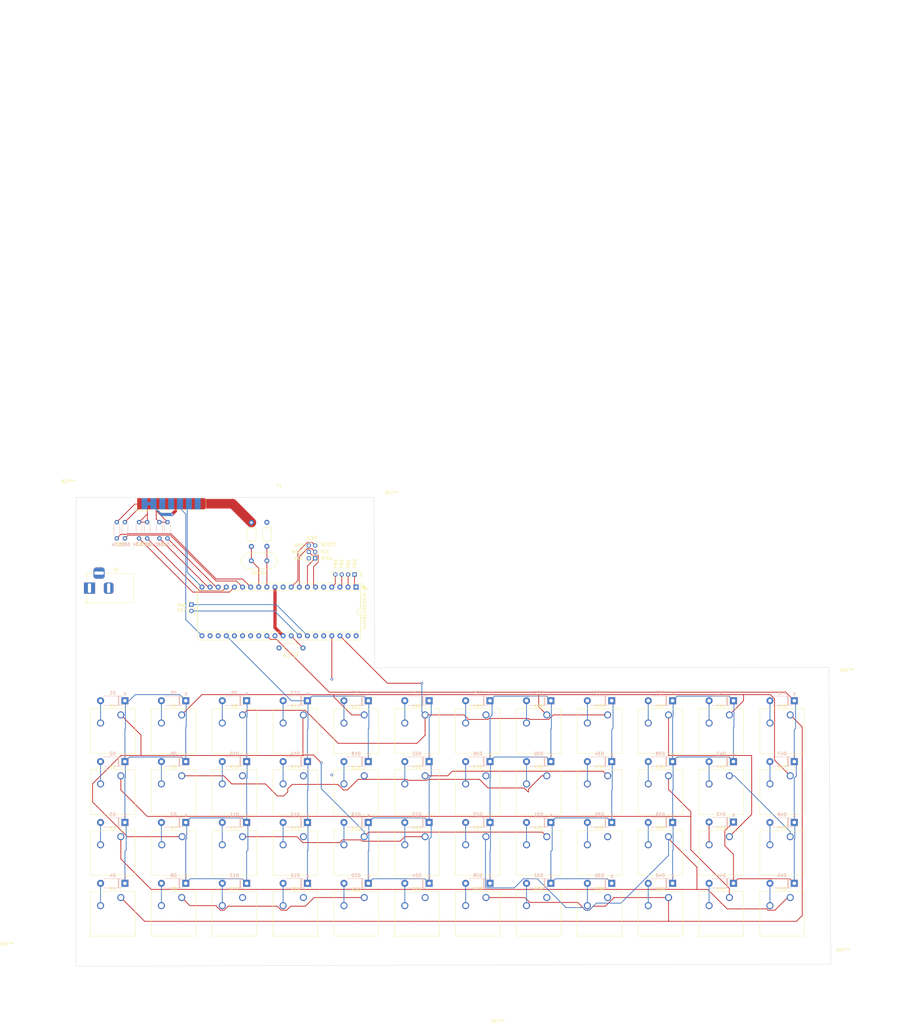
<source format=kicad_pcb>
(kicad_pcb (version 20211014) (generator pcbnew)
  (layers (0 "F.Cu" signal) (1 "In1.Cu" mixed "VCC.Cu") (2 "In2.Cu" mixed "GND.Cu") (31 "B.Cu" signal) (34 "B.Paste" user) (35 "F.Paste" user) (36 "B.SilkS" user "B.Silkscreen") (37 "F.SilkS" user "F.Silkscreen") (38 "B.Mask" user) (39 "F.Mask" user) (44 "Edge.Cuts" user))
  (net 0 "")
  (net 1 "/KC0")
  (net 2 "Net-(D1-Pad2)")
  (net 3 "Net-(D2-Pad2)")
  (net 4 "Net-(D3-Pad2)")
  (net 5 "Net-(D4-Pad2)")
  (net 6 "Net-(D5-Pad2)")
  (net 7 "Net-(D6-Pad2)")
  (net 8 "/KC1")
  (net 9 "Net-(D7-Pad2)")
  (net 10 "Net-(D8-Pad2)")
  (net 11 "Net-(D9-Pad2)")
  (net 12 "Net-(D10-Pad2)")
  (net 13 "Net-(D11-Pad2)")
  (net 14 "Net-(D12-Pad2)")
  (net 15 "Net-(D13-Pad2)")
  (net 16 "Net-(D14-Pad2)")
  (net 17 "Net-(D15-Pad2)")
  (net 18 "Net-(D16-Pad2)")
  (net 19 "Net-(D17-Pad2)")
  (net 20 "Net-(D18-Pad2)")
  (net 21 "/KC3")
  (net 22 "Net-(D19-Pad2)")
  (net 23 "Net-(D20-Pad2)")
  (net 24 "Net-(D21-Pad2)")
  (net 25 "Net-(D22-Pad2)")
  (net 26 "Net-(D23-Pad2)")
  (net 27 "Net-(D24-Pad2)")
  (net 28 "Net-(D25-Pad1)")
  (net 29 "Net-(D25-Pad2)")
  (net 30 "Net-(D26-Pad2)")
  (net 31 "Net-(D27-Pad2)")
  (net 32 "Net-(D28-Pad2)")
  (net 33 "Net-(D29-Pad2)")
  (net 34 "Net-(D30-Pad2)")
  (net 35 "/KC5")
  (net 36 "Net-(D31-Pad2)")
  (net 37 "Net-(D32-Pad2)")
  (net 38 "Net-(D33-Pad2)")
  (net 39 "Net-(D34-Pad2)")
  (net 40 "Net-(D35-Pad2)")
  (net 41 "Net-(D36-Pad2)")
  (net 42 "/KC6")
  (net 43 "Net-(D37-Pad2)")
  (net 44 "Net-(D38-Pad2)")
  (net 45 "Net-(D39-Pad2)")
  (net 46 "Net-(D40-Pad2)")
  (net 47 "Net-(D41-Pad2)")
  (net 48 "Net-(D42-Pad2)")
  (net 49 "/KC7")
  (net 50 "Net-(D43-Pad2)")
  (net 51 "Net-(D44-Pad2)")
  (net 52 "Net-(D45-Pad2)")
  (net 53 "Net-(D46-Pad2)")
  (net 54 "Net-(D47-Pad2)")
  (net 55 "Net-(D48-Pad2)")
  (net 56 "/RED")
  (net 57 "/GREEN")
  (net 58 "/BLUE")
  (net 60 "/HSYNC")
  (net 61 "/VSYNC")
  (net 62 "/PB0")
  (net 63 "/PB1")
  (net 64 "/PB2")
  (net 65 "/PB3")
  (net 68 "Net-(C1-Pad2)")
  (net 69 "/MOSI")
  (net 71 "/KR0")
  (net 72 "/MISO")
  (net 73 "Net-(C2-Pad2)")
  (net 74 "/~RESET")
  (net 75 "Net-(C3-Pad2)")
  (net 76 "Net-(R49-Pad2)")
  (net 77 "/KC2")
  (net 78 "Net-(R50-Pad2)")
  (net 79 "Net-(R51-Pad2)")
  (net 80 "/KC4")
  (net 81 "Net-(R52-Pad2)")
  (net 82 "Net-(R53-Pad2)")
  (net 83 "Net-(U1-Pad15)")
  (net 84 "VCC")
  (net 85 "GND")
  (net 86 "/PB4")
  (net 87 "/PB7")
  (net 88 "/PA7")
  (net 89 "/PA6")
  (net 90 "/KR5")
  (net 91 "/KR4")
  (net 92 "/KR3")
  (net 93 "/KR2")
  (net 94 "/KR1")
  (footprint "Button_Switch_Keyboard:SW_Cherry_MX_1.00u_PCB" (layer "F.Cu") (at 139.7 139.7)
    (fp_text reference "K27")
    (fp_text value "SW_Push")
  )
  (footprint "MountingHole:MountingHole_2.1mm" (layer "F.Cu") (at 13.97 36.83)
    (fp_text reference "REF**")
    (fp_text value "MountingHole_2.1mm")
  )
  (footprint "Button_Switch_Keyboard:SW_Cherry_MX_1.00u_PCB" (layer "F.Cu") (at 44.45 120.65)
    (fp_text reference "K6")
    (fp_text value "SW_Push")
  )
  (footprint "Button_Switch_Keyboard:SW_Cherry_MX_1.00u_PCB" (layer "F.Cu") (at 139.7 120.65)
    (fp_text reference "K26")
    (fp_text value "SW_Push")
  )
  (footprint "MountingHole:MountingHole_2.1mm" (layer "F.Cu") (at 101.346 36.576)
    (fp_text reference "REF**")
    (fp_text value "MountingHole_2.1mm")
  )
  (footprint "Button_Switch_Keyboard:SW_Cherry_MX_1.00u_PCB" (layer "F.Cu") (at 139.7 101.6)
    (fp_text reference "K25")
    (fp_text value "SW_Push")
  )
  (footprint "Package_DIP:DIP-40_W15.24mm_Socket" (layer "F.Cu") (at 99.06 61.595 -90)
    (fp_text reference "U1" hide)
    (fp_text value "ATmega1284-P")
  )
  (footprint "Button_Switch_Keyboard:SW_Cherry_MX_1.00u_PCB" (layer "F.Cu") (at 215.9 158.75)
    (fp_text reference "K44")
    (fp_text value "SW_Push")
  )
  (footprint "Button_Switch_Keyboard:SW_Cherry_MX_1.00u_PCB" (layer "F.Cu") (at 177.8 101.6)
    (fp_text reference "K33")
    (fp_text value "SW_Push")
  )
  (footprint "Button_Switch_Keyboard:SW_Cherry_MX_1.00u_PCB" (layer "F.Cu") (at 25.4 120.65)
    (fp_text reference "K2")
    (fp_text value "SW_Push")
  )
  (footprint "Capacitor_THT:C_Axial_L3.8mm_D2.6mm_P7.50mm_Horizontal" (layer "F.Cu") (at 74.93 80.645)
    (fp_text reference "C3" hide)
    (fp_text value "0.1 uF")
  )
  (footprint "Button_Switch_Keyboard:SW_Cherry_MX_1.00u_PCB" (layer "F.Cu") (at 177.8 158.75)
    (fp_text reference "K36")
    (fp_text value "SW_Push")
  )
  (footprint "Button_Switch_Keyboard:SW_Cherry_MX_1.00u_PCB" (layer "F.Cu") (at 44.45 158.75)
    (fp_text reference "K8")
    (fp_text value "SW_Push")
  )
  (footprint "Button_Switch_Keyboard:SW_Cherry_MX_1.00u_PCB" (layer "F.Cu") (at 63.5 158.75)
    (fp_text reference "K12")
    (fp_text value "SW_Push")
  )
  (footprint "Button_Switch_Keyboard:SW_Cherry_MX_1.00u_PCB" (layer "F.Cu") (at 44.45 101.6)
    (fp_text reference "K5")
    (fp_text value "SW_Push")
  )
  (footprint "Button_Switch_Keyboard:SW_Cherry_MX_1.00u_PCB" (layer "F.Cu") (at 82.55 120.65)
    (fp_text reference "K14")
    (fp_text value "SW_Push")
  )
  (footprint "Button_Switch_Keyboard:SW_Cherry_MX_1.00u_PCB" (layer "F.Cu") (at 196.85 120.65)
    (fp_text reference "K38")
    (fp_text value "SW_Push")
  )
  (footprint "Button_Switch_Keyboard:SW_Cherry_MX_1.00u_PCB" (layer "F.Cu") (at 120.65 139.7)
    (fp_text reference "K23")
    (fp_text value "SW_Push")
  )
  (footprint "Button_Switch_Keyboard:SW_Cherry_MX_1.00u_PCB" (layer "F.Cu") (at 82.55 158.75)
    (fp_text reference "K16")
    (fp_text value "SW_Push")
  )
  (footprint "Button_Switch_Keyboard:SW_Cherry_MX_1.00u_PCB" (layer "F.Cu") (at 63.5 120.65)
    (fp_text reference "K10")
    (fp_text value "SW_Push")
  )
  (footprint "Button_Switch_Keyboard:SW_Cherry_MX_1.00u_PCB" (layer "F.Cu") (at 215.9 139.7)
    (fp_text reference "K43")
    (fp_text value "SW_Push")
  )
  (footprint "Button_Switch_Keyboard:SW_Cherry_MX_1.00u_PCB" (layer "F.Cu") (at 234.95 139.7)
    (fp_text reference "K48")
    (fp_text value "SW_Push")
  )
  (footprint "Connector_PinHeader_2.00mm:PinHeader_1x04_P2.00mm_Vertical" (layer "F.Cu") (at 98.552 57.658 -90)
    (fp_text reference "J4")
    (fp_text value "Conn_01x04")
  )
  (footprint "Connector_BarrelJack:BarrelJack_Horizontal" (layer "F.Cu") (at 15.59 61.9175 180)
    (fp_text reference "5V")
    (fp_text value "BarrelJack_Horizontal")
  )
  (footprint "Button_Switch_Keyboard:SW_Cherry_MX_1.00u_PCB" (layer "F.Cu") (at 82.55 101.6)
    (fp_text reference "K13")
    (fp_text value "SW_Push")
  )
  (footprint "MountingHole:MountingHole_2.1mm" (layer "F.Cu") (at 243.84 92.075)
    (fp_text reference "REF**")
    (fp_text value "MountingHole_2.1mm")
  )
  (footprint "MountingHole:MountingHole_2.1mm" (layer "F.Cu") (at 240.665 177.165)
    (fp_text reference "REF**")
    (fp_text value "MountingHole_2.1mm")
  )
  (footprint "Button_Switch_Keyboard:SW_Cherry_MX_1.00u_PCB" (layer "F.Cu") (at 158.75 101.6)
    (fp_text reference "K29")
    (fp_text value "SW_Push")
  )
  (footprint "Button_Switch_Keyboard:SW_Cherry_MX_1.00u_PCB" (layer "F.Cu") (at 82.55 139.7)
    (fp_text reference "K15")
    (fp_text value "SW_Push")
  )
  (footprint "MountingHole:MountingHole_2.1mm" (layer "F.Cu") (at 132.08 175.895)
    (fp_text reference "REF**")
    (fp_text value "MountingHole_2.1mm")
  )
  (footprint "Button_Switch_Keyboard:SW_Cherry_MX_1.00u_PCB" (layer "F.Cu") (at 44.577 139.7)
    (fp_text reference "K7")
    (fp_text value "SW_Push")
  )
  (footprint "Button_Switch_Keyboard:SW_Cherry_MX_1.00u_PCB" (layer "F.Cu") (at 234.95 120.65)
    (fp_text reference "K47")
    (fp_text value "SW_Push")
  )
  (footprint "Button_Switch_Keyboard:SW_Cherry_MX_1.00u_PCB" (layer "F.Cu") (at 139.7 158.75)
    (fp_text reference "K28")
    (fp_text value "SW_Push")
  )
  (footprint "Button_Switch_Keyboard:SW_Cherry_MX_1.00u_PCB" (layer "F.Cu") (at 234.95 101.6)
    (fp_text reference "K46")
    (fp_text value "SW_Push")
  )
  (footprint "Button_Switch_Keyboard:SW_Cherry_MX_1.00u_PCB" (layer "F.Cu") (at 63.5 101.6)
    (fp_text reference "K9")
    (fp_text value "SW_Push")
  )
  (footprint "MountingHole:MountingHole_2.1mm" (layer "F.Cu") (at 14.605 176.53)
    (fp_text reference "REF**")
    (fp_text value "MountingHole_2.1mm")
  )
  (footprint "Button_Switch_Keyboard:SW_Cherry_MX_1.00u_PCB" (layer "F.Cu") (at 101.6 158.75)
    (fp_text reference "K20")
    (fp_text value "SW_Push")
  )
  (footprint "Button_Switch_Keyboard:SW_Cherry_MX_1.00u_PCB" (layer "F.Cu") (at 234.95 158.75)
    (fp_text reference "K45")
    (fp_text value "SW_Push")
  )
  (footprint "Connector_Dsub:DSUB-15_Female_EdgeMount_P2.77mm" (layer "F.Cu") (at 41.148 35.5105 180)
    (fp_text reference "J1" hide)
    (fp_text value "DB15_Female_HighDensity")
  )
  (footprint "Button_Switch_Keyboard:SW_Cherry_MX_1.00u_PCB" (layer "F.Cu") (at 101.6 101.6)
    (fp_text reference "K17")
    (fp_text value "SW_Push")
  )
  (footprint "Button_Switch_Keyboard:SW_Cherry_MX_1.00u_PCB" (layer "F.Cu") (at 177.8 120.65)
    (fp_text reference "K34")
    (fp_text value "SW_Push")
  )
  (footprint "Button_Switch_Keyboard:SW_Cherry_MX_1.00u_PCB" (layer "F.Cu") (at 158.75 158.75)
    (fp_text reference "K32")
    (fp_text value "SW_Push")
  )
  (footprint "Button_Switch_Keyboard:SW_Cherry_MX_1.00u_PCB" (layer "F.Cu") (at 196.85 158.75)
    (fp_text reference "K40")
    (fp_text value "SW_Push")
  )
  (footprint "Button_Switch_Keyboard:SW_Cherry_MX_1.00u_PCB" (layer "F.Cu") (at 158.75 139.7)
    (fp_text reference "K31")
    (fp_text value "SW_Push")
  )
  (footprint "Button_Switch_Keyboard:SW_Cherry_MX_1.00u_PCB" (layer "F.Cu") (at 101.6 120.65)
    (fp_text reference "K18")
    (fp_text value "SW_Push")
  )
  (footprint "Button_Switch_Keyboard:SW_Cherry_MX_1.00u_PCB" (layer "F.Cu") (at 215.9 101.6)
    (fp_text reference "K41")
    (fp_text value "SW_Push")
  )
  (footprint "Button_Switch_Keyboard:SW_Cherry_MX_1.00u_PCB" (layer "F.Cu") (at 196.85 139.7)
    (fp_text reference "K39")
    (fp_text value "SW_Push")
  )
  (footprint "Button_Switch_Keyboard:SW_Cherry_MX_1.00u_PCB" (layer "F.Cu") (at 120.65 101.6)
    (fp_text reference "K21")
    (fp_text value "SW_Push")
  )
  (footprint "Connector_PinHeader_2.00mm:PinHeader_2x03_P2.00mm_Vertical" (layer "F.Cu") (at 86.233 52.578 180)
    (fp_text reference "J2" hide)
    (fp_text value "Conn_02x03_Odd_Even")
  )
  (footprint "Capacitor_THT:C_Axial_L3.8mm_D2.6mm_P7.50mm_Horizontal" (layer "F.Cu") (at 71.12 41.335 -90)
    (fp_text reference "C2" hide)
    (fp_text value "18pF")
  )
  (footprint "Button_Switch_Keyboard:SW_Cherry_MX_1.00u_PCB" (layer "F.Cu") (at 196.85 101.6)
    (fp_text reference "K37")
    (fp_text value "SW_Push")
  )
  (footprint "Button_Switch_Keyboard:SW_Cherry_MX_1.00u_PCB" (layer "F.Cu") (at 25.4 139.7)
    (fp_text reference "K3")
    (fp_text value "SW_Push")
  )
  (footprint "Button_Switch_Keyboard:SW_Cherry_MX_1.00u_PCB" (layer "F.Cu") (at 120.65 158.75)
    (fp_text reference "K24")
    (fp_text value "SW_Push")
  )
  (footprint "Capacitor_THT:C_Axial_L3.8mm_D2.6mm_P7.50mm_Horizontal" (layer "F.Cu") (at 66.275 41.395 -90)
    (fp_text reference "C1" hide)
    (fp_text value "18pF")
  )
  (footprint "Button_Switch_Keyboard:SW_Cherry_MX_1.00u_PCB" (layer "F.Cu") (at 25.4 101.6)
    (fp_text reference "K1")
    (fp_text value "SW_Push")
  )
  (footprint "Connector_PinHeader_2.00mm:PinHeader_1x02_P2.00mm_Vertical" (layer "F.Cu") (at 47.498 67.056)
    (fp_text reference "J3" hide)
    (fp_text value "Conn_01x02")
  )
  (footprint "Button_Switch_Keyboard:SW_Cherry_MX_1.00u_PCB" (layer "F.Cu") (at 215.9 120.65)
    (fp_text reference "K42")
    (fp_text value "SW_Push")
  )
  (footprint "Button_Switch_Keyboard:SW_Cherry_MX_1.00u_PCB" (layer "F.Cu") (at 101.6 139.7)
    (fp_text reference "K19")
    (fp_text value "SW_Push")
  )
  (footprint "Button_Switch_Keyboard:SW_Cherry_MX_1.00u_PCB" (layer "F.Cu") (at 177.8 139.7)
    (fp_text reference "K35")
    (fp_text value "SW_Push")
  )
  (footprint "Button_Switch_Keyboard:SW_Cherry_MX_1.00u_PCB" (layer "F.Cu") (at 63.5 139.7)
    (fp_text reference "K11")
    (fp_text value "SW_Push")
  )
  (footprint "Button_Switch_Keyboard:SW_Cherry_MX_1.00u_PCB" (layer "F.Cu") (at 120.65 120.65)
    (fp_text reference "K22")
    (fp_text value "SW_Push")
  )
  (footprint "Button_Switch_Keyboard:SW_Cherry_MX_1.00u_PCB" (layer "F.Cu") (at 25.4 158.75)
    (fp_text reference "K4")
    (fp_text value "SW_Push")
  )
  (footprint "Crystal:Crystal_HC49-U_Vertical" (layer "F.Cu") (at 71.12 53.36 180)
    (fp_text reference "Y1")
    (fp_text value "20MHz")
  )
  (footprint "Button_Switch_Keyboard:SW_Cherry_MX_1.00u_PCB" (layer "F.Cu") (at 158.75 120.65)
    (fp_text reference "K30")
    (fp_text value "SW_Push")
  )
  (footprint "Diode_THT:D_DO-41_SOD81_P7.62mm_Horizontal" (layer "B.Cu") (at 236.22 154.305 180)
    (fp_text reference "D45")
    (fp_text value "D")
  )
  (footprint "Diode_THT:D_DO-41_SOD81_P7.62mm_Horizontal" (layer "B.Cu") (at 102.87 97.155 180)
    (fp_text reference "D17")
    (fp_text value "D")
  )
  (footprint "Diode_THT:D_DO-41_SOD81_P7.62mm_Horizontal" (layer "B.Cu") (at 140.97 97.155 180)
    (fp_text reference "D25")
    (fp_text value "D")
  )
  (footprint "Diode_THT:D_DO-41_SOD81_P7.62mm_Horizontal" (layer "B.Cu") (at 121.92 135.255 180)
    (fp_text reference "D23")
    (fp_text value "D")
  )
  (footprint "Diode_THT:D_DO-41_SOD81_P7.62mm_Horizontal" (layer "B.Cu") (at 45.72 135.255 180)
    (fp_text reference "D7")
    (fp_text value "D")
  )
  (footprint "Resistor_THT:R_Axial_DIN0204_L3.6mm_D1.6mm_P5.08mm_Horizontal" (layer "B.Cu") (at 24.13 41.275 -90)
    (fp_text reference "R50" hide)
    (fp_text value "1.5k")
  )
  (footprint "Diode_THT:D_DO-41_SOD81_P7.62mm_Horizontal" (layer "B.Cu") (at 198.12 97.155 180)
    (fp_text reference "D37")
    (fp_text value "D")
  )
  (footprint "Diode_THT:D_DO-41_SOD81_P7.62mm_Horizontal" (layer "B.Cu") (at 217.17 97.155 180)
    (fp_text reference "D41")
    (fp_text value "D")
  )
  (footprint "Diode_THT:D_DO-41_SOD81_P7.62mm_Horizontal" (layer "B.Cu") (at 140.97 154.305 180)
    (fp_text reference "D28")
    (fp_text value "D")
  )
  (footprint "Diode_THT:D_DO-41_SOD81_P7.62mm_Horizontal" (layer "B.Cu") (at 64.77 135.255 180)
    (fp_text reference "D11")
    (fp_text value "D")
  )
  (footprint "Diode_THT:D_DO-41_SOD81_P7.62mm_Horizontal" (layer "B.Cu") (at 217.17 135.128 180)
    (fp_text reference "D43")
    (fp_text value "D")
  )
  (footprint "Resistor_THT:R_Axial_DIN0204_L3.6mm_D1.6mm_P5.08mm_Horizontal" (layer "B.Cu") (at 33.655 41.275 -90)
    (fp_text reference "R52" hide)
    (fp_text value "680")
  )
  (footprint "Diode_THT:D_DO-41_SOD81_P7.62mm_Horizontal" (layer "B.Cu") (at 121.92 97.155 180)
    (fp_text reference "D21")
    (fp_text value "D")
  )
  (footprint "Diode_THT:D_DO-41_SOD81_P7.62mm_Horizontal" (layer "B.Cu") (at 140.97 135.255 180)
    (fp_text reference "D27")
    (fp_text value "D")
  )
  (footprint "Diode_THT:D_DO-41_SOD81_P7.62mm_Horizontal" (layer "B.Cu") (at 179.07 135.255 180)
    (fp_text reference "D35")
    (fp_text value "D")
  )
  (footprint "Diode_THT:D_DO-41_SOD81_P7.62mm_Horizontal" (layer "B.Cu") (at 83.82 154.305 180)
    (fp_text reference "D16")
    (fp_text value "D")
  )
  (footprint "Diode_THT:D_DO-41_SOD81_P7.62mm_Horizontal" (layer "B.Cu") (at 102.87 135.255 180)
    (fp_text reference "D19")
    (fp_text value "D")
  )
  (footprint "Diode_THT:D_DO-41_SOD81_P7.62mm_Horizontal" (layer "B.Cu") (at 217.17 116.205 180)
    (fp_text reference "D42")
    (fp_text value "D")
  )
  (footprint "Diode_THT:D_DO-41_SOD81_P7.62mm_Horizontal" (layer "B.Cu") (at 160.02 135.255 180)
    (fp_text reference "D31")
    (fp_text value "D")
  )
  (footprint "Diode_THT:D_DO-41_SOD81_P7.62mm_Horizontal" (layer "B.Cu") (at 198.12 116.205 180)
    (fp_text reference "D38")
    (fp_text value "D")
  )
  (footprint "Diode_THT:D_DO-41_SOD81_P7.62mm_Horizontal" (layer "B.Cu") (at 83.82 135.255 180)
    (fp_text reference "D15")
    (fp_text value "D")
  )
  (footprint "Diode_THT:D_DO-41_SOD81_P7.62mm_Horizontal" (layer "B.Cu") (at 179.07 116.205 180)
    (fp_text reference "D34")
    (fp_text value "D")
  )
  (footprint "Diode_THT:D_DO-41_SOD81_P7.62mm_Horizontal" (layer "B.Cu") (at 64.77 116.205 180)
    (fp_text reference "D10")
    (fp_text value "D")
  )
  (footprint "Resistor_THT:R_Axial_DIN0204_L3.6mm_D1.6mm_P5.08mm_Horizontal" (layer "B.Cu") (at 37.465 41.275 -90)
    (fp_text reference "R53" hide)
    (fp_text value "680")
  )
  (footprint "Diode_THT:D_DO-41_SOD81_P7.62mm_Horizontal" (layer "B.Cu") (at 198.12 154.305 180)
    (fp_text reference "D40")
    (fp_text value "D")
  )
  (footprint "Diode_THT:D_DO-41_SOD81_P7.62mm_Horizontal" (layer "B.Cu") (at 83.82 97.155 180)
    (fp_text reference "D13")
    (fp_text value "D")
  )
  (footprint "Diode_THT:D_DO-41_SOD81_P7.62mm_Horizontal" (layer "B.Cu") (at 160.02 97.155 180)
    (fp_text reference "D29")
    (fp_text value "D")
  )
  (footprint "Diode_THT:D_DO-41_SOD81_P7.62mm_Horizontal" (layer "B.Cu") (at 45.72 116.205 180)
    (fp_text reference "D6")
    (fp_text value "D")
  )
  (footprint "Diode_THT:D_DO-41_SOD81_P7.62mm_Horizontal" (layer "B.Cu") (at 45.72 97.155 180)
    (fp_text reference "D5")
    (fp_text value "D")
  )
  (footprint "Diode_THT:D_DO-41_SOD81_P7.62mm_Horizontal" (layer "B.Cu") (at 64.77 154.305 180)
    (fp_text reference "D12")
    (fp_text value "D")
  )
  (footprint "Diode_THT:D_DO-41_SOD81_P7.62mm_Horizontal" (layer "B.Cu") (at 160.02 154.305 180)
    (fp_text reference "D32")
    (fp_text value "D")
  )
  (footprint "Diode_THT:D_DO-41_SOD81_P7.62mm_Horizontal" (layer "B.Cu") (at 217.17 154.305 180)
    (fp_text reference "D44")
    (fp_text value "D")
  )
  (footprint "Resistor_THT:R_Axial_DIN0204_L3.6mm_D1.6mm_P5.08mm_Horizontal" (layer "B.Cu") (at 26.67 41.275 -90)
    (fp_text reference "R54" hide)
    (fp_text value "680")
  )
  (footprint "Diode_THT:D_DO-41_SOD81_P7.62mm_Horizontal" (layer "B.Cu") (at 45.72 154.305 180)
    (fp_text reference "D8")
    (fp_text value "D")
  )
  (footprint "Diode_THT:D_DO-41_SOD81_P7.62mm_Horizontal" (layer "B.Cu") (at 64.77 97.155 180)
    (fp_text reference "D9")
    (fp_text value "D")
  )
  (footprint "Diode_THT:D_DO-41_SOD81_P7.62mm_Horizontal" (layer "B.Cu") (at 83.82 116.205 180)
    (fp_text reference "D14")
    (fp_text value "D")
  )
  (footprint "Diode_THT:D_DO-41_SOD81_P7.62mm_Horizontal" (layer "B.Cu") (at 102.87 154.305 180)
    (fp_text reference "D20")
    (fp_text value "D")
  )
  (footprint "Diode_THT:D_DO-41_SOD81_P7.62mm_Horizontal" (layer "B.Cu") (at 236.22 97.155 180)
    (fp_text reference "D46")
    (fp_text value "D")
  )
  (footprint "Diode_THT:D_DO-41_SOD81_P7.62mm_Horizontal" (layer "B.Cu") (at 102.87 116.205 180)
    (fp_text reference "D18")
    (fp_text value "D")
  )
  (footprint "Diode_THT:D_DO-41_SOD81_P7.62mm_Horizontal" (layer "B.Cu") (at 236.22 116.205 180)
    (fp_text reference "D47")
    (fp_text value "D")
  )
  (footprint "Diode_THT:D_DO-41_SOD81_P7.62mm_Horizontal" (layer "B.Cu") (at 121.92 154.305 180)
    (fp_text reference "D24")
    (fp_text value "D")
  )
  (footprint "Diode_THT:D_DO-41_SOD81_P7.62mm_Horizontal" (layer "B.Cu") (at 121.92 116.205 180)
    (fp_text reference "D22")
    (fp_text value "D")
  )
  (footprint "Resistor_THT:R_Axial_DIN0204_L3.6mm_D1.6mm_P5.08mm_Horizontal" (layer "B.Cu") (at 31.115 41.275 -90)
    (fp_text reference "R49" hide)
    (fp_text value "1.5k")
  )
  (footprint "Diode_THT:D_DO-41_SOD81_P7.62mm_Horizontal" (layer "B.Cu") (at 26.67 154.305 180)
    (fp_text reference "D4")
    (fp_text value "D")
  )
  (footprint "Diode_THT:D_DO-41_SOD81_P7.62mm_Horizontal" (layer "B.Cu") (at 26.67 135.255 180)
    (fp_text reference "D3")
    (fp_text value "D")
  )
  (footprint "Resistor_THT:R_Axial_DIN0204_L3.6mm_D1.6mm_P5.08mm_Horizontal" (layer "B.Cu") (at 40.005 41.275 -90)
    (fp_text reference "R51" hide)
    (fp_text value "1.5k")
  )
  (footprint "Diode_THT:D_DO-41_SOD81_P7.62mm_Horizontal" (layer "B.Cu") (at 26.67 97.155 180)
    (fp_text reference "D1")
    (fp_text value "D")
  )
  (footprint "Diode_THT:D_DO-41_SOD81_P7.62mm_Horizontal" (layer "B.Cu") (at 179.07 97.155 180)
    (fp_text reference "D33")
    (fp_text value "D")
  )
  (footprint "Diode_THT:D_DO-41_SOD81_P7.62mm_Horizontal" (layer "B.Cu") (at 26.67 116.205 180)
    (fp_text reference "D2")
    (fp_text value "D")
  )
  (footprint "Diode_THT:D_DO-41_SOD81_P7.62mm_Horizontal" (layer "B.Cu") (at 198.12 135.255 180)
    (fp_text reference "D39")
    (fp_text value "D")
  )
  (footprint "Diode_THT:D_DO-41_SOD81_P7.62mm_Horizontal" (layer "B.Cu") (at 140.97 116.205 180)
    (fp_text reference "D26")
    (fp_text value "D")
  )
  (footprint "Diode_THT:D_DO-41_SOD81_P7.62mm_Horizontal" (layer "B.Cu") (at 236.22 135.255 180)
    (fp_text reference "D48")
    (fp_text value "D")
  )
  (footprint "Diode_THT:D_DO-41_SOD81_P7.62mm_Horizontal" (layer "B.Cu") (at 179.07 154.305 180)
    (fp_text reference "D36")
    (fp_text value "D")
  )
  (footprint "Diode_THT:D_DO-41_SOD81_P7.62mm_Horizontal" (layer "B.Cu") (at 160.02 116.205 180)
    (fp_text reference "D30")
    (fp_text value "D")
  )
  (gr_poly (pts (xy 102.743 62.23) (xy 101.092 62.23) (xy 101.092 60.833)) (layer "F.SilkS") (width 0.15) (fill solid))
  (gr_poly (pts (xy 104.90018 86.861871) (xy 247.01318 86.734871) (xy 247.65 179.578) (xy 11.43 180.213) (xy 11.43 33.528) (xy 104.648 33.528)) (layer "Edge.Cuts") (width 0.1) (fill none))
  (gr_text "ICSP\n" (at 85.217 46.228) (layer "F.SilkS") (effects (font (size 1 1))))
  (gr_text "VCC\n" (at 81.153 52.578) (layer "F.SilkS") (effects (font (size 1 1))))
  (gr_text "RED\n" (at 25.4 48.26) (layer "F.SilkS") (effects (font (size 1 1))))
  (gr_text "GND\n" (at 81.153 48.514) (layer "F.SilkS") (effects (font (size 1 1))))
  (gr_text "20MHz" (at 68.58 57.15) (layer "F.SilkS") (effects (font (size 1 1))))
  (gr_text "PB0" (at 98.679 54.229 90) (layer "F.SilkS") (effects (font (size 1 1))))
  (gr_text "MOSI\n" (at 80.645 50.546) (layer "F.SilkS") (effects (font (size 1 1))))
  (gr_text "GREEN\n" (at 32.385 48.26) (layer "F.SilkS") (effects (font (size 1 1))))
  (gr_text "PB2" (at 94.488 54.356 90) (layer "F.SilkS") (effects (font (size 1 1))))
  (gr_text "PB1" (at 96.647 54.356 90) (layer "F.SilkS") (effects (font (size 1 1))))
  (gr_text "PB3" (at 92.71 54.356 90) (layer "F.SilkS") (effects (font (size 1 1))))
  (gr_text "ATMEGA1284PU" (at 101.6 69.088 270) (layer "F.SilkS") (effects (font (size 1 1))))
  (gr_text "~{RESET}\n" (at 90.297 48.514) (layer "F.SilkS") (effects (font (size 1 1))))
  (gr_text "PA6\nPA7" (at 44.45 68.072) (layer "F.SilkS") (effects (font (size 1 1))))
  (gr_text "SCK" (at 89.281 50.546) (layer "F.SilkS") (effects (font (size 1 1))))
  (gr_text "BLUE" (at 38.735 48.26) (layer "F.SilkS") (effects (font (size 1 1))))
  (gr_text "MISO\n" (at 89.789 52.578) (layer "F.SilkS") (effects (font (size 1 1))))
  (segment (start 26.824511 116.359511) (end 26.824511 121.240053) (width 0.25) (layer "B.Cu") (net 1))
  (segment (start 26.824511 121.240053) (end 26.67 121.394564) (width 0.25) (layer "B.Cu") (net 1))
  (segment (start 45.72 97.155) (end 45.874511 97.309511) (width 0.25) (layer "B.Cu") (net 1))
  (segment (start 26.824511 105.890489) (end 26.67 106.045) (width 0.25) (layer "B.Cu") (net 1))
  (segment (start 43.815 95.25) (end 45.72 97.155) (width 0.25) (layer "B.Cu") (net 1))
  (segment (start 29.925 95.25) (end 43.815 95.25) (width 0.25) (layer "B.Cu") (net 1))
  (segment (start 45.874511 105.255489) (end 45.72 105.41) (width 0.25) (layer "B.Cu") (net 1))
  (segment (start 26.67 135.255) (end 27.074132 135.659132) (width 0.25) (layer "B.Cu") (net 1))
  (segment (start 45.874511 97.309511) (end 45.874511 105.255489) (width 0.25) (layer "B.Cu") (net 1))
  (segment (start 27.074132 135.659132) (end 27.074132 143.914133) (width 0.25) (layer "B.Cu") (net 1))
  (segment (start 26.67 116.205) (end 26.824511 116.359511) (width 0.25) (layer "B.Cu") (net 1))
  (segment (start 26.824511 97.309511) (end 26.824511 105.890489) (width 0.25) (layer "B.Cu") (net 1))
  (segment (start 44.295489 114.780489) (end 45.72 116.205) (width 0.25) (layer "B.Cu") (net 1))
  (segment (start 27.074132 143.914133) (end 26.67 144.318265) (width 0.25) (layer "B.Cu") (net 1))
  (segment (start 28.094511 114.780489) (end 44.295489 114.780489) (width 0.25) (layer "B.Cu") (net 1))
  (segment (start 26.67 97.155) (end 26.824511 97.309511) (width 0.25) (layer "B.Cu") (net 1))
  (segment (start 26.67 121.394564) (end 26.67 135.255) (width 0.25) (layer "B.Cu") (net 1))
  (segment (start 45.72 105.41) (end 45.72 116.205) (width 0.25) (layer "B.Cu") (net 1))
  (segment (start 26.67 97.155) (end 28.02 97.155) (width 0.25) (layer "B.Cu") (net 1))
  (segment (start 26.67 116.205) (end 28.094511 114.780489) (width 0.25) (layer "B.Cu") (net 1))
  (segment (start 28.02 97.155) (end 29.925 95.25) (width 0.25) (layer "B.Cu") (net 1))
  (segment (start 26.67 106.045) (end 26.67 116.205) (width 0.25) (layer "B.Cu") (net 1))
  (segment (start 26.67 144.318265) (end 26.67 154.305) (width 0.25) (layer "B.Cu") (net 1))
  (segment (start 19.05 97.155) (end 19.05 104.14) (width 0.25) (layer "B.Cu") (net 2))
  (segment (start 19.05 116.205) (end 19.05 123.19) (width 0.25) (layer "B.Cu") (net 3))
  (segment (start 19.05 135.255) (end 19.05 142.24) (width 0.25) (layer "B.Cu") (net 4))
  (segment (start 19.05 154.305) (end 19.05 161.29) (width 0.25) (layer "B.Cu") (net 5))
  (segment (start 38.1 97.155) (end 38.1 104.14) (width 0.25) (layer "B.Cu") (net 6))
  (segment (start 38.1 116.205) (end 38.1 123.19) (width 0.25) (layer "B.Cu") (net 7))
  (segment (start 64.924511 102.190053) (end 64.924511 97.309511) (width 0.25) (layer "B.Cu") (net 8))
  (segment (start 64.77 121.394564) (end 64.924511 121.240053) (width 0.25) (layer "B.Cu") (net 8))
  (segment (start 45.72 140.571564) (end 46.001511 140.290053) (width 0.25) (layer "B.Cu") (net 8))
  (segment (start 47.144511 152.880489) (end 45.72 154.305) (width 0.25) (layer "B.Cu") (net 8))
  (segment (start 46.001511 140.290053) (end 46.001511 135.536511) (width 0.25) (layer "B.Cu") (net 8))
  (segment (start 47.144511 133.830489) (end 45.72 135.255) (width 0.25) (layer "B.Cu") (net 8))
  (segment (start 63.345489 152.880489) (end 47.144511 152.880489) (width 0.25) (layer "B.Cu") (net 8))
  (segment (start 64.924511 116.359511) (end 64.77 116.205) (width 0.25) (layer "B.Cu") (net 8))
  (segment (start 64.77 154.305) (end 63.345489 152.880489) (width 0.25) (layer "B.Cu") (net 8))
  (segment (start 64.77 144.318265) (end 64.77 154.305) (width 0.25) (layer "B.Cu") (net 8))
  (segment (start 65.174132 143.914133) (end 64.77 144.318265) (width 0.25) (layer "B.Cu") (net 8))
  (segment (start 64.77 135.255) (end 65.174132 135.659132) (width 0.25) (layer "B.Cu") (net 8))
  (segment (start 65.174132 135.659132) (end 65.174132 143.914133) (width 0.25) (layer "B.Cu") (net 8))
  (segment (start 64.924511 121.240053) (end 64.924511 116.359511) (width 0.25) (layer "B.Cu") (net 8))
  (segment (start 46.001511 135.536511) (end 45.72 135.255) (width 0.25) (layer "B.Cu") (net 8))
  (segment (start 64.77 135.255) (end 63.345489 133.830489) (width 0.25) (layer "B.Cu") (net 8))
  (segment (start 63.345489 133.830489) (end 47.144511 133.830489) (width 0.25) (layer "B.Cu") (net 8))
  (segment (start 64.924511 97.309511) (end 64.77 97.155) (width 0.25) (layer "B.Cu") (net 8))
  (segment (start 45.72 154.305) (end 45.72 140.571564) (width 0.25) (layer "B.Cu") (net 8))
  (segment (start 64.77 135.255) (end 64.77 121.394564) (width 0.25) (layer "B.Cu") (net 8))
  (segment (start 64.77 116.205) (end 64.77 102.344564) (width 0.25) (layer "B.Cu") (net 8))
  (segment (start 64.77 102.344564) (end 64.924511 102.190053) (width 0.25) (layer "B.Cu") (net 8))
  (segment (start 38.1 135.255) (end 38.1 142.113) (width 0.25) (layer "B.Cu") (net 9))
  (segment (start 38.1 142.113) (end 38.227 142.24) (width 0.25) (layer "B.Cu") (net 9))
  (segment (start 38.1 154.305) (end 38.1 161.29) (width 0.25) (layer "B.Cu") (net 10))
  (segment (start 57.15 97.155) (end 57.15 104.14) (width 0.25) (layer "B.Cu") (net 11))
  (segment (start 57.15 116.205) (end 57.15 123.19) (width 0.25) (layer "B.Cu") (net 12))
  (segment (start 57.15 135.255) (end 57.15 142.24) (width 0.25) (layer "B.Cu") (net 13))
  (segment (start 57.15 154.305) (end 57.15 161.29) (width 0.25) (layer "B.Cu") (net 14))
  (segment (start 76.2 97.155) (end 76.2 104.14) (width 0.25) (layer "B.Cu") (net 15))
  (segment (start 76.2 116.205) (end 76.2 123.19) (width 0.25) (layer "B.Cu") (net 16))
  (segment (start 76.2 135.255) (end 76.2 142.24) (width 0.25) (layer "B.Cu") (net 17))
  (segment (start 76.2 154.305) (end 76.2 161.29) (width 0.25) (layer "B.Cu") (net 18))
  (segment (start 95.25 97.155) (end 95.25 104.14) (width 0.25) (layer "B.Cu") (net 19))
  (segment (start 95.25 116.205) (end 95.25 123.19) (width 0.25) (layer "B.Cu") (net 20))
  (segment (start 121.92 140.444564) (end 122.555 139.809564) (width 0.25) (layer "B.Cu") (net 21))
  (segment (start 121.92 116.205) (end 121.92 102.344564) (width 0.25) (layer "B.Cu") (net 21))
  (segment (start 104.294511 152.880489) (end 120.495489 152.880489) (width 0.25) (layer "B.Cu") (net 21))
  (segment (start 121.92 154.305) (end 121.92 140.444564) (width 0.25) (layer "B.Cu") (net 21))
  (segment (start 121.92 102.344564) (end 122.555 101.709564) (width 0.25) (layer "B.Cu") (net 21))
  (segment (start 122.555 135.89) (end 121.92 135.255) (width 0.25) (layer "B.Cu") (net 21))
  (segment (start 103.024511 135.409511) (end 103.024511 143.990489) (width 0.25) (layer "B.Cu") (net 21))
  (segment (start 121.92 135.255) (end 120.495489 133.830489) (width 0.25) (layer "B.Cu") (net 21))
  (segment (start 122.555 120.759564) (end 122.555 116.84) (width 0.25) (layer "B.Cu") (net 21))
  (segment (start 120.495489 152.880489) (end 121.92 154.305) (width 0.25) (layer "B.Cu") (net 21))
  (segment (start 121.92 121.394564) (end 122.555 120.759564) (width 0.25) (layer "B.Cu") (net 21))
  (segment (start 122.555 139.809564) (end 122.555 135.89) (width 0.25) (layer "B.Cu") (net 21))
  (segment (start 122.555 116.84) (end 121.92 116.205) (width 0.25) (layer "B.Cu") (net 21))
  (segment (start 122.555 97.79) (end 121.92 97.155) (width 0.25) (layer "B.Cu") (net 21))
  (segment (start 121.92 135.255) (end 121.92 121.394564) (width 0.25) (layer "B.Cu") (net 21))
  (segment (start 104.294511 133.830489) (end 102.87 135.255) (width 0.25) (layer "B.Cu") (net 21))
  (segment (start 102.87 154.305) (end 104.294511 152.880489) (width 0.25) (layer "B.Cu") (net 21))
  (segment (start 102.87 144.145) (end 102.87 154.305) (width 0.25) (layer "B.Cu") (net 21))
  (segment (start 120.495489 133.830489) (end 104.294511 133.830489) (width 0.25) (layer "B.Cu") (net 21))
  (segment (start 102.87 135.255) (end 103.024511 135.409511) (width 0.25) (layer "B.Cu") (net 21))
  (segment (start 103.024511 143.990489) (end 102.87 144.145) (width 0.25) (layer "B.Cu") (net 21))
  (segment (start 122.555 101.709564) (end 122.555 97.79) (width 0.25) (layer "B.Cu") (net 21))
  (segment (start 95.25 135.255) (end 95.25 142.24) (width 0.25) (layer "B.Cu") (net 22))
  (segment (start 95.25 154.305) (end 95.25 161.29) (width 0.25) (layer "B.Cu") (net 23))
  (segment (start 114.3 97.155) (end 114.3 104.14) (width 0.25) (layer "B.Cu") (net 24))
  (segment (start 114.3 116.205) (end 114.3 123.19) (width 0.25) (layer "B.Cu") (net 25))
  (segment (start 114.3 135.255) (end 114.3 142.24) (width 0.25) (layer "B.Cu") (net 26))
  (segment (start 114.3 154.305) (end 114.3 161.29) (width 0.25) (layer "B.Cu") (net 27))
  (segment (start 141.605 97.79) (end 140.97 97.155) (width 0.25) (layer "B.Cu") (net 28))
  (segment (start 140.97 135.255) (end 140.97 121.394564) (width 0.25) (layer "B.Cu") (net 28))
  (segment (start 158.595489 95.730489) (end 160.02 97.155) (width 0.25) (layer "B.Cu") (net 28))
  (segment (start 160.174511 105.890489) (end 160.02 106.045) (width 0.25) (layer "B.Cu") (net 28))
  (segment (start 140.97 97.155) (end 142.394511 95.730489) (width 0.25) (layer "B.Cu") (net 28))
  (segment (start 140.97 116.205) (end 140.97 102.344564) (width 0.25) (layer "B.Cu") (net 28))
  (segment (start 142.394511 114.780489) (end 140.97 116.205) (width 0.25) (layer "B.Cu") (net 28))
  (segment (start 160.02 106.045) (end 160.02 116.205) (width 0.25) (layer "B.Cu") (net 28))
  (segment (start 140.97 144.318266) (end 140.97 154.305) (width 0.25) (layer "B.Cu") (net 28))
  (segment (start 141.124511 144.163755) (end 140.97 144.318266) (width 0.25) (layer "B.Cu") (net 28))
  (segment (start 140.97 121.394564) (end 141.124511 121.240053) (width 0.25) (layer "B.Cu") (net 28))
  (segment (start 141.124511 116.359511) (end 140.97 116.205) (width 0.25) (layer "B.Cu") (net 28))
  (segment (start 158.595489 114.780489) (end 142.394511 114.780489) (width 0.25) (layer "B.Cu") (net 28))
  (segment (start 141.605 101.709564) (end 141.605 97.79) (width 0.25) (layer "B.Cu") (net 28))
  (segment (start 141.124511 121.240053) (end 141.124511 116.359511) (width 0.25) (layer "B.Cu") (net 28))
  (segment (start 160.02 97.155) (end 160.174511 97.309511) (width 0.25) (layer "B.Cu") (net 28))
  (segment (start 140.97 135.255) (end 141.124511 135.409511) (width 0.25) (layer "B.Cu") (net 28))
  (segment (start 140.97 102.344564) (end 141.605 101.709564) (width 0.25) (layer "B.Cu") (net 28))
  (segment (start 160.02 116.205) (end 158.595489 114.780489) (width 0.25) (layer "B.Cu") (net 28))
  (segment (start 141.124511 135.409511) (end 141.124511 144.163755) (width 0.25) (layer "B.Cu") (net 28))
  (segment (start 142.394511 95.730489) (end 158.595489 95.730489) (width 0.25) (layer "B.Cu") (net 28))
  (segment (start 160.174511 97.309511) (end 160.174511 105.890489) (width 0.25) (layer "B.Cu") (net 28))
  (segment (start 133.35 97.155) (end 133.35 104.14) (width 0.25) (layer "B.Cu") (net 29))
  (segment (start 133.35 116.205) (end 133.35 123.19) (width 0.25) (layer "B.Cu") (net 30))
  (segment (start 133.35 135.255) (end 133.35 142.24) (width 0.25) (layer "B.Cu") (net 31))
  (segment (start 133.35 154.305) (end 133.35 161.29) (width 0.25) (layer "B.Cu") (net 32))
  (segment (start 152.4 97.155) (end 152.4 104.14) (width 0.25) (layer "B.Cu") (net 33))
  (segment (start 152.4 116.205) (end 152.4 123.19) (width 0.25) (layer "B.Cu") (net 34))
  (segment (start 177.645489 152.880489) (end 179.07 154.305) (width 0.25) (layer "B.Cu") (net 35))
  (segment (start 179.224511 116.359511) (end 179.224511 125.113755) (width 0.25) (layer "B.Cu") (net 35))
  (segment (start 179.07 116.205) (end 179.224511 116.359511) (width 0.25) (layer "B.Cu") (net 35))
  (segment (start 161.444511 133.830489) (end 160.02 135.255) (width 0.25) (layer "B.Cu") (net 35))
  (segment (start 160.02 154.305) (end 161.444511 152.880489) (width 0.25) (layer "B.Cu") (net 35))
  (segment (start 177.645489 133.830489) (end 161.444511 133.830489) (width 0.25) (layer "B.Cu") (net 35))
  (segment (start 179.07 135.255) (end 177.645489 133.830489) (width 0.25) (layer "B.Cu") (net 35))
  (segment (start 179.224511 125.113755) (end 179.07 125.268266) (width 0.25) (layer "B.Cu") (net 35))
  (segment (start 179.07 125.268266) (end 179.07 135.255) (width 0.25) (layer "B.Cu") (net 35))
  (segment (start 179.474132 105.814133) (end 179.07 106.218265) (width 0.25) (layer "B.Cu") (net 35))
  (segment (start 161.444511 152.880489) (end 177.645489 152.880489) (width 0.25) (layer "B.Cu") (net 35))
  (segment (start 160.02 144.318265) (end 160.02 154.305) (width 0.25) (layer "B.Cu") (net 35))
  (segment (start 160.424132 143.914133) (end 160.02 144.318265) (width 0.25) (layer "B.Cu") (net 35))
  (segment (start 179.07 106.218265) (end 179.07 116.205) (width 0.25) (layer "B.Cu") (net 35))
  (segment (start 160.02 135.255) (end 160.424132 135.659132) (width 0.25) (layer "B.Cu") (net 35))
  (segment (start 179.474132 97.559132) (end 179.474132 105.814133) (width 0.25) (layer "B.Cu") (net 35))
  (segment (start 179.07 97.155) (end 179.474132 97.559132) (width 0.25) (layer "B.Cu") (net 35))
  (segment (start 160.424132 135.659132) (end 160.424132 143.914133) (width 0.25) (layer "B.Cu") (net 35))
  (segment (start 152.4 135.255) (end 152.4 142.24) (width 0.25) (layer "B.Cu") (net 36))
  (segment (start 152.4 154.305) (end 152.4 161.29) (width 0.25) (layer "B.Cu") (net 37))
  (segment (start 171.45 97.155) (end 171.45 104.14) (width 0.25) (layer "B.Cu") (net 38))
  (segment (start 171.45 116.205) (end 171.45 123.19) (width 0.25) (layer "B.Cu") (net 39))
  (segment (start 171.45 135.255) (end 171.45 142.24) (width 0.25) (layer "B.Cu") (net 40))
  (segment (start 171.45 154.305) (end 171.45 161.29) (width 0.25) (layer "B.Cu") (net 41))
  (segment (start 217.17 97.155) (end 215.745489 95.730489) (width 0.25) (layer "B.Cu") (net 42))
  (segment (start 217.17 97.155) (end 217.324511 97.309511) (width 0.25) (layer "B.Cu") (net 42))
  (segment (start 199.544511 95.730489) (end 198.12 97.155) (width 0.25) (layer "B.Cu") (net 42))
  (segment (start 198.12 102.344564) (end 198.274511 102.190053) (width 0.25) (layer "B.Cu") (net 42))
  (segment (start 198.12 116.205) (end 198.274511 116.359511) (width 0.25) (layer "B.Cu") (net 42))
  (segment (start 198.274511 102.190053) (end 198.274511 97.309511) (width 0.25) (layer "B.Cu") (net 42))
  (segment (start 215.745489 114.780489) (end 217.17 116.205) (width 0.25) (layer "B.Cu") (net 42))
  (segment (start 198.12 116.205) (end 199.544511 114.780489) (width 0.25) (layer "B.Cu") (net 42))
  (segment (start 198.274511 124.940489) (end 198.12 125.095) (width 0.25) (layer "B.Cu") (net 42))
  (segment (start 199.544511 114.780489) (end 215.745489 114.780489) (width 0.25) (layer "B.Cu") (net 42))
  (segment (start 217.324511 105.255489) (end 217.17 105.41) (width 0.25) (layer "B.Cu") (net 42))
  (segment (start 198.12 116.205) (end 198.12 102.344564) (width 0.25) (layer "B.Cu") (net 42))
  (segment (start 215.745489 95.730489) (end 199.544511 95.730489) (width 0.25) (layer "B.Cu") (net 42))
  (segment (start 198.12 144.145) (end 198.12 154.305) (width 0.25) (layer "B.Cu") (net 42))
  (segment (start 198.12 125.095) (end 198.12 135.255) (width 0.25) (layer "B.Cu") (net 42))
  (segment (start 198.274511 116.359511) (end 198.274511 124.940489) (width 0.25) (layer "B.Cu") (net 42))
  (segment (start 198.274511 97.309511) (end 198.12 97.155) (width 0.25) (layer "B.Cu") (net 42))
  (segment (start 198.12 135.255) (end 198.274511 135.409511) (width 0.25) (layer "B.Cu") (net 42))
  (segment (start 217.324511 97.309511) (end 217.324511 105.255489) (width 0.25) (layer "B.Cu") (net 42))
  (segment (start 217.17 105.41) (end 217.17 116.205) (width 0.25) (layer "B.Cu") (net 42))
  (segment (start 198.274511 143.990489) (end 198.12 144.145) (width 0.25) (layer "B.Cu") (net 42))
  (segment (start 198.274511 135.409511) (end 198.274511 143.990489) (width 0.25) (layer "B.Cu") (net 42))
  (segment (start 190.5 97.155) (end 190.5 104.14) (width 0.25) (layer "B.Cu") (net 43))
  (segment (start 190.5 116.205) (end 190.5 123.19) (width 0.25) (layer "B.Cu") (net 44))
  (segment (start 190.5 135.255) (end 190.5 142.24) (width 0.25) (layer "B.Cu") (net 45))
  (segment (start 190.5 154.305) (end 190.5 161.29) (width 0.25) (layer "B.Cu") (net 46))
  (segment (start 209.55 97.155) (end 209.55 104.14) (width 0.25) (layer "B.Cu") (net 47))
  (segment (start 209.55 116.205) (end 209.55 123.19) (width 0.25) (layer "B.Cu") (net 48))
  (segment (start 214.475489 137.822511) (end 214.475489 142.537409) (width 0.25) (layer "F.Cu") (net 49))
  (segment (start 90.654278 94.488) (end 233.553 94.488) (width 0.25) (layer "F.Cu") (net 49))
  (segment (start 71.12 76.835) (end 72.244511 77.959511) (width 0.25) (layer "F.Cu") (net 49))
  (segment (start 236.22 154.305) (end 234.795489 152.880489) (width 0.25) (layer "F.Cu") (net 49))
  (segment (start 233.553 94.488) (end 236.22 97.155) (width 0.25) (layer "F.Cu") (net 49))
  (segment (start 214.475489 142.537409) (end 217.17 145.23192) (width 0.25) (layer "F.Cu") (net 49))
  (segment (start 234.795489 152.880489) (end 218.594511 152.880489) (width 0.25) (layer "F.Cu") (net 49))
  (segment (start 217.17 145.23192) (end 217.17 154.305) (width 0.25) (layer "F.Cu") (net 49))
  (segment (start 217.17 135.128) (end 214.475489 137.822511) (width 0.25) (layer "F.Cu") (net 49))
  (segment (start 218.594511 152.880489) (end 217.17 154.305) (width 0.25) (layer "F.Cu") (net 49))
  (segment (start 72.244511 77.959511) (end 74.125789 77.959511) (width 0.25) (layer "F.Cu") (net 49))
  (segment (start 74.125789 77.959511) (end 90.654278 94.488) (width 0.25) (layer "F.Cu") (net 49))
  (segment (start 236.22 140.444564) (end 236.374511 140.290053) (width 0.25) (layer "B.Cu") (net 49))
  (segment (start 236.22 135.255) (end 236.22 121.394564) (width 0.25) (layer "B.Cu") (net 49))
  (segment (start 236.374511 140.290053) (end 236.374511 135.409511) (width 0.25) (layer "B.Cu") (net 49))
  (segment (start 236.22 121.394564) (end 236.855 120.759564) (width 0.25) (layer "B.Cu") (net 49))
  (segment (start 236.624132 97.559132) (end 236.624132 105.814133) (width 0.25) (layer "B.Cu") (net 49))
  (segment (start 236.22 106.218265) (end 236.22 116.205) (width 0.25) (layer "B.Cu") (net 49))
  (segment (start 236.624132 105.814133) (end 236.22 106.218265) (width 0.25) (layer "B.Cu") (net 49))
  (segment (start 236.855 120.759564) (end 236.855 116.84) (width 0.25) (layer "B.Cu") (net 49))
  (segment (start 236.22 97.155) (end 236.624132 97.559132) (width 0.25) (layer "B.Cu") (net 49))
  (segment (start 236.22 154.305) (end 236.22 140.444564) (width 0.25) (layer "B.Cu") (net 49))
  (segment (start 236.374511 135.409511) (end 236.22 135.255) (width 0.25) (layer "B.Cu") (net 49))
  (segment (start 236.855 116.84) (end 236.22 116.205) (width 0.25) (layer "B.Cu") (net 49))
  (segment (start 209.55 135.128) (end 209.55 142.24) (width 0.25) (layer "F.Cu") (net 50))
  (segment (start 209.55 154.305) (end 209.55 161.29) (width 0.25) (layer "B.Cu") (net 51))
  (segment (start 228.6 154.305) (end 228.6 161.29) (width 0.25) (layer "B.Cu") (net 52))
  (segment (start 228.6 97.155) (end 228.6 104.14) (width 0.25) (layer "B.Cu") (net 53))
  (segment (start 228.6 116.205) (end 228.6 123.19) (width 0.25) (layer "B.Cu") (net 54))
  (segment (start 228.6 135.255) (end 228.6 142.24) (width 0.25) (layer "B.Cu") (net 55))
  (segment (start 29.7675 35.6375) (end 30.945 35.6375) (width 0.25) (layer "F.Cu") (net 56))
  (segment (start 24.13 41.275) (end 29.7675 35.6375) (width 0.25) (layer "F.Cu") (net 56))
  (segment (start 26.67 41.275) (end 30.945 37) (width 0.25) (layer "F.Cu") (net 56))
  (segment (start 30.945 37) (end 30.945 35.6375) (width 0.25) (layer "F.Cu") (net 56))
  (segment (start 33.655 41.275) (end 31.115 41.275) (width 0.25) (layer "F.Cu") (net 57))
  (segment (start 31.115 41.275) (end 33.715 38.675) (width 0.25) (layer "F.Cu") (net 57))
  (segment (start 33.715 35.6375) (end 33.715 41.215) (width 0.25) (layer "F.Cu") (net 57))
  (segment (start 33.715 41.215) (end 33.655 41.275) (width 0.25) (layer "F.Cu") (net 57))
  (segment (start 40.005 41.275) (end 37.465 41.275) (width 0.25) (layer "F.Cu") (net 58))
  (segment (start 40.005 41.275) (end 36.485 37.755) (width 0.25) (layer "F.Cu") (net 58))
  (segment (start 36.485 40.295) (end 37.465 41.275) (width 0.25) (layer "F.Cu") (net 58))
  (segment (start 36.485 35.6375) (end 36.485 40.295) (width 0.25) (layer "F.Cu") (net 58))
  (segment (start 45.72 38.735) (end 45.72 71.755) (width 0.25) (layer "B.Cu") (net 60))
  (segment (start 45.72 71.755) (end 50.8 76.835) (width 0.25) (layer "B.Cu") (net 60))
  (segment (start 43.41 35.6375) (end 43.41 36.425) (width 0.25) (layer "B.Cu") (net 60))
  (segment (start 43.41 36.425) (end 45.72 38.735) (width 0.25) (layer "B.Cu") (net 60))
  (segment (start 46.18 35.6375) (end 46.18 56.975) (width 0.25) (layer "B.Cu") (net 61))
  (segment (start 46.18 56.975) (end 50.8 61.595) (width 0.25) (layer "B.Cu") (net 61))
  (segment (start 98.552 57.658) (end 98.552 61.087) (width 0.25) (layer "F.Cu") (net 62))
  (segment (start 98.552 61.087) (end 99.06 61.595) (width 0.25) (layer "F.Cu") (net 62))
  (segment (start 96.552 57.658) (end 96.552 61.563) (width 0.25) (layer "F.Cu") (net 63))
  (segment (start 96.552 61.563) (end 96.52 61.595) (width 0.25) (layer "F.Cu") (net 63))
  (segment (start 94.552 57.658) (end 94.552 61.023) (width 0.25) (layer "F.Cu") (net 64))
  (segment (start 94.552 61.023) (end 93.98 61.595) (width 0.25) (layer "F.Cu") (net 64))
  (segment (start 92.552 57.658) (end 92.552 60.483) (width 0.25) (layer "F.Cu") (net 65))
  (segment (start 92.552 60.483) (end 91.44 61.595) (width 0.25) (layer "F.Cu") (net 65))
  (segment (start 66.275 48.895) (end 66.275 53.325) (width 0.25) (layer "F.Cu") (net 68))
  (segment (start 66.275 53.325) (end 66.24 53.36) (width 0.25) (layer "F.Cu") (net 68))
  (segment (start 68.58 55.7) (end 66.24 53.36) (width 0.25) (layer "F.Cu") (net 68))
  (segment (start 68.58 61.595) (end 68.58 55.7) (width 0.25) (layer "F.Cu") (net 68))
  (segment (start 84.233 50.578) (end 85.233489 51.578489) (width 0.25) (layer "F.Cu") (net 69))
  (segment (start 85.725 55.245) (end 85.725 60.96) (width 0.25) (layer "F.Cu") (net 69))
  (segment (start 87.232511 51.578489) (end 87.232511 53.737489) (width 0.25) (layer "F.Cu") (net 69))
  (segment (start 85.233489 51.578489) (end 87.232511 51.578489) (width 0.25) (layer "F.Cu") (net 69))
  (segment (start 85.725 60.96) (end 86.36 61.595) (width 0.25) (layer "F.Cu") (net 69))
  (segment (start 87.232511 53.737489) (end 85.725 55.245) (width 0.25) (layer "F.Cu") (net 69))
  (segment (start 88.138 116.586) (end 85.697489 114.145489) (width 0.25) (layer "F.Cu") (net 71))
  (segment (start 44.577 139.7) (end 27.414564 139.7) (width 0.25) (layer "F.Cu") (net 71))
  (segment (start 101.6 139.7) (end 103.024511 138.275489) (width 0.25) (layer "F.Cu") (net 71))
  (segment (start 27.414564 139.7) (end 16.555479 128.840915) (width 0.25) (layer "F.Cu") (net 71))
  (segment (start 196.85 114.3) (end 222.885 114.3) (width 0.25) (layer "F.Cu") (net 71))
  (segment (start 157.325489 138.275489) (end 158.75 139.7) (width 0.25) (layer "F.Cu") (net 71))
  (segment (start 31.75 114.3) (end 82.55 114.3) (width 0.25) (layer "F.Cu") (net 71))
  (segment (start 16.555479 123.144521) (end 25.4 114.3) (width 0.25) (layer "F.Cu") (net 71))
  (segment (start 85.697489 114.145489) (end 82.395489 114.145489) (width 0.25) (layer "F.Cu") (net 71))
  (segment (start 16.555479 128.840915) (end 16.555479 123.144521) (width 0.25) (layer "F.Cu") (net 71))
  (segment (start 196.85 101.6) (end 196.85 114.3) (width 0.25) (layer "F.Cu") (net 71))
  (segment (start 82.55 101.6) (end 82.395489 101.754511) (width 0.25) (layer "F.Cu") (net 71))
  (segment (start 222.885 132.715) (end 215.9 139.7) (width 0.25) (layer "F.Cu") (net 71))
  (segment (start 103.024511 138.275489) (end 157.325489 138.275489) (width 0.25) (layer "F.Cu") (net 71))
  (segment (start 25.4 114.3) (end 31.75 114.3) (width 0.25) (layer "F.Cu") (net 71))
  (segment (start 82.395489 101.754511) (end 82.395489 114.145489) (width 0.25) (layer "F.Cu") (net 71))
  (segment (start 31.704521 107.904521) (end 31.704521 114.254521) (width 0.25) (layer "F.Cu") (net 71))
  (segment (start 31.704521 114.254521) (end 31.75 114.3) (width 0.25) (layer "F.Cu") (net 71))
  (segment (start 82.395489 114.145489) (end 82.55 114.3) (width 0.25) (layer "F.Cu") (net 71))
  (segment (start 25.4 101.6) (end 31.704521 107.904521) (width 0.25) (layer "F.Cu") (net 71))
  (segment (start 222.885 114.3) (end 222.885 132.715) (width 0.25) (layer "F.Cu") (net 71))
  (via blind (at 88.138 116.586) (size 0.8) (drill 0.4) (layers "F.Cu" "B.Cu") (net 71))
  (segment (start 88.138 124.682366) (end 88.138 116.586) (width 0.25) (layer "B.Cu") (net 71))
  (segment (start 101.6 139.7) (end 101.6 138.144366) (width 0.25) (layer "B.Cu") (net 71))
  (segment (start 101.6 138.144366) (end 88.138 124.682366) (width 0.25) (layer "B.Cu") (net 71))
  (segment (start 86.233 52.578) (end 83.82 54.991) (width 0.25) (layer "F.Cu") (net 72))
  (segment (start 83.82 54.991) (end 83.82 61.595) (width 0.25) (layer "F.Cu") (net 72))
  (segment (start 71.12 53.36) (end 71.12 48.835) (width 0.25) (layer "F.Cu") (net 73))
  (segment (start 71.12 61.595) (end 71.12 53.36) (width 0.25) (layer "F.Cu") (net 73))
  (segment (start 80.83048 59.50452) (end 78.74 61.595) (width 0.25) (layer "F.Cu") (net 74))
  (segment (start 83.818988 47.578489) (end 80.83048 50.566997) (width 0.25) (layer "F.Cu") (net 74))
  (segment (start 80.83048 50.566997) (end 80.83048 59.50452) (width 0.25) (layer "F.Cu") (net 74))
  (segment (start 85.233489 47.578489) (end 83.818988 47.578489) (width 0.25) (layer "F.Cu") (net 74))
  (segment (start 86.233 48.578) (end 85.233489 47.578489) (width 0.25) (layer "F.Cu") (net 74))
  (segment (start 82.43 80.645) (end 78.74 76.955) (width 0.25) (layer "F.Cu") (net 75))
  (segment (start 78.74 76.955) (end 78.74 76.835) (width 0.25) (layer "F.Cu") (net 75))
  (segment (start 47.929031 63.169031) (end 59.385969 63.169031) (width 0.25) (layer "F.Cu") (net 76))
  (segment (start 59.385969 63.169031) (end 60.96 61.595) (width 0.25) (layer "F.Cu") (net 76))
  (segment (start 31.115 46.355) (end 47.929031 63.169031) (width 0.25) (layer "F.Cu") (net 76))
  (segment (start 83.974511 135.409511) (end 83.974511 143.990489) (width 0.25) (layer "B.Cu") (net 77))
  (segment (start 83.82 116.205) (end 83.974511 116.359511) (width 0.25) (layer "B.Cu") (net 77))
  (segment (start 103.024511 97.309511) (end 103.024511 105.890489) (width 0.25) (layer "B.Cu") (net 77))
  (segment (start 83.974511 125.113755) (end 83.82 125.268266) (width 0.25) (layer "B.Cu") (net 77))
  (segment (start 83.82 97.155) (end 83.974511 97.309511) (width 0.25) (layer "B.Cu") (net 77))
  (segment (start 58.42 76.835) (end 78.74 97.155) (width 0.25) (layer "B.Cu") (net 77))
  (segment (start 103.024511 105.890489) (end 102.87 106.045) (width 0.25) (layer "B.Cu") (net 77))
  (segment (start 83.82 106.218266) (end 83.82 116.205) (width 0.25) (layer "B.Cu") (net 77))
  (segment (start 83.974511 143.990489) (end 83.82 144.145) (width 0.25) (layer "B.Cu") (net 77))
  (segment (start 83.82 144.145) (end 83.82 154.305) (width 0.25) (layer "B.Cu") (net 77))
  (segment (start 83.82 97.155) (end 85.244511 95.730489) (width 0.25) (layer "B.Cu") (net 77))
  (segment (start 83.974511 97.309511) (end 83.974511 106.063755) (width 0.25) (layer "B.Cu") (net 77))
  (segment (start 102.87 97.155) (end 103.024511 97.309511) (width 0.25) (layer "B.Cu") (net 77))
  (segment (start 83.82 135.255) (end 83.974511 135.409511) (width 0.25) (layer "B.Cu") (net 77))
  (segment (start 101.445489 95.730489) (end 102.87 97.155) (width 0.25) (layer "B.Cu") (net 77))
  (segment (start 78.74 97.155) (end 83.82 97.155) (width 0.25) (layer "B.Cu") (net 77))
  (segment (start 83.974511 106.063755) (end 83.82 106.218266) (width 0.25) (layer "B.Cu") (net 77))
  (segment (start 83.974511 116.359511) (end 83.974511 125.113755) (width 0.25) (layer "B.Cu") (net 77))
  (segment (start 83.82 125.268266) (end 83.82 135.255) (width 0.25) (layer "B.Cu") (net 77))
  (segment (start 85.244511 95.730489) (end 101.445489 95.730489) (width 0.25) (layer "B.Cu") (net 77))
  (segment (start 102.87 106.045) (end 102.87 116.205) (width 0.25) (layer "B.Cu") (net 77))
  (segment (start 25.400359 45.084641) (end 27.304641 45.084641) (width 0.25) (layer "F.Cu") (net 78))
  (segment (start 63.5 59.055) (end 66.04 61.595) (width 0.25) (layer "F.Cu") (net 78))
  (segment (start 27.304641 45.084641) (end 27.508314 44.880969) (width 0.25) (layer "F.Cu") (net 78))
  (segment (start 55.245718 59.055) (end 63.5 59.055) (width 0.25) (layer "F.Cu") (net 78))
  (segment (start 41.071686 44.880969) (end 55.245718 59.055) (width 0.25) (layer "F.Cu") (net 78))
  (segment (start 24.13 46.355) (end 25.400359 45.084641) (width 0.25) (layer "F.Cu") (net 78))
  (segment (start 27.508314 44.880969) (end 41.071686 44.880969) (width 0.25) (layer "F.Cu") (net 78))
  (segment (start 40.005 46.355) (end 55.245 61.595) (width 0.25) (layer "F.Cu") (net 79))
  (segment (start 55.245 61.595) (end 55.88 61.595) (width 0.25) (layer "F.Cu") (net 79))
  (segment (start 33.655 46.355) (end 50.019511 62.719511) (width 0.25) (layer "F.Cu") (net 81))
  (segment (start 57.295489 62.719511) (end 58.42 61.595) (width 0.25) (layer "F.Cu") (net 81))
  (segment (start 50.019511 62.719511) (end 57.295489 62.719511) (width 0.25) (layer "F.Cu") (net 81))
  (segment (start 37.465 46.355) (end 52.705 61.595) (width 0.25) (layer "F.Cu") (net 82))
  (segment (start 52.705 61.595) (end 53.34 61.595) (width 0.25) (layer "F.Cu") (net 82))
  (segment (start 40.885489 45.330489) (end 55.245 59.69) (width 0.25) (layer "F.Cu") (net 83))
  (segment (start 55.245 59.69) (end 61.595 59.69) (width 0.25) (layer "F.Cu") (net 83))
  (segment (start 61.595 59.69) (end 63.5 61.595) (width 0.25) (layer "F.Cu") (net 83))
  (segment (start 26.67 46.355) (end 27.694511 45.330489) (width 0.25) (layer "F.Cu") (net 83))
  (segment (start 27.694511 45.330489) (end 40.885489 45.330489) (width 0.25) (layer "F.Cu") (net 83))
  (segment (start 42.533 35.5105) (end 60.3905 35.5105) (width 3) (layer "F.Cu") (net 85))
  (segment (start 42.533 35.5105) (end 42.533 37.731) (width 0.25) (layer "F.Cu") (net 85))
  (segment (start 73.66 61.595) (end 73.66 74.295) (width 1) (layer "F.Cu") (net 85))
  (segment (start 60.3905 35.5105) (end 66.275 41.395) (width 3) (layer "F.Cu") (net 85))
  (segment (start 42.533 37.731) (end 41.402 38.862) (width 1) (layer "F.Cu") (net 85))
  (segment (start 73.66 74.295) (end 76.2 76.835) (width 1) (layer "F.Cu") (net 85))
  (via blind (at 41.402 38.862) (size 0.8) (drill 0.4) (layers "F.Cu" "B.Cu") (net 85))
  (segment (start 35.608 36.327167) (end 35.608 35.5105) (width 0.25) (layer "B.Cu") (net 85))
  (segment (start 41.402 38.862) (end 38.142833 38.862) (width 1) (layer "B.Cu") (net 85))
  (segment (start 38.142833 38.862) (end 35.608 36.327167) (width 0.5) (layer "B.Cu") (net 85))
  (segment (start 35.608 35.5105) (end 32.838 35.5105) (width 1) (layer "B.Cu") (net 85))
  (segment (start 81.28 52.07) (end 81.28 61.595) (width 0.25) (layer "F.Cu") (net 87))
  (segment (start 85.232511 49.577511) (end 83.867511 49.577511) (width 0.25) (layer "F.Cu") (net 87))
  (segment (start 83.867511 49.577511) (end 83.82 49.53) (width 0.25) (layer "F.Cu") (net 87))
  (segment (start 83.82 49.53) (end 81.28 52.07) (width 0.25) (layer "F.Cu") (net 87))
  (segment (start 86.233 50.578) (end 85.232511 49.577511) (width 0.25) (layer "F.Cu") (net 87))
  (segment (start 48.53 69.072) (end 47.752 69.072) (width 0.25) (layer "B.Cu") (net 88))
  (segment (start 81.28 76.835) (end 73.517 69.072) (width 0.25) (layer "B.Cu") (net 88))
  (segment (start 73.517 69.072) (end 48.53 69.072) (width 0.25) (layer "B.Cu") (net 88))
  (segment (start 48.514 69.056) (end 47.498 69.056) (width 0.25) (layer "B.Cu") (net 88))
  (segment (start 48.53 69.072) (end 48.514 69.056) (width 0.25) (layer "B.Cu") (net 88))
  (segment (start 74.057 67.072) (end 48.752 67.072) (width 0.25) (layer "B.Cu") (net 89))
  (segment (start 48.752 67.072) (end 48.736 67.056) (width 0.25) (layer "B.Cu") (net 89))
  (segment (start 48.736 67.056) (end 47.498 67.056) (width 0.25) (layer "B.Cu") (net 89))
  (segment (start 83.82 76.835) (end 74.057 67.072) (width 0.25) (layer "B.Cu") (net 89))
  (segment (start 48.752 67.072) (end 47.752 67.072) (width 0.25) (layer "B.Cu") (net 89))
  (segment (start 101.6 120.65) (end 101.6 121.610978) (width 0.25) (layer "F.Cu") (net 90))
  (segment (start 137.640489 121.765489) (end 140.335 124.46) (width 0.25) (layer "F.Cu") (net 90))
  (segment (start 121.240053 122.074511) (end 121.549075 121.765489) (width 0.25) (layer "F.Cu") (net 90))
  (segment (start 101.754511 121.765489) (end 114.890053 121.765489) (width 0.25) (layer "F.Cu") (net 90))
  (segment (start 74.422786 126.954521) (end 76.410958 126.954521) (width 0.25) (layer "F.Cu") (net 90))
  (segment (start 70.658265 123.19) (end 74.422786 126.954521) (width 0.25) (layer "F.Cu") (net 90))
  (segment (start 115.199075 122.074511) (end 121.240053 122.074511) (width 0.25) (layer "F.Cu") (net 90))
  (segment (start 76.410958 126.954521) (end 77.635479 125.73) (width 0.25) (layer "F.Cu") (net 90))
  (segment (start 158.75 120.65) (end 157.194366 120.65) (width 0.25) (layer "F.Cu") (net 90))
  (segment (start 157.194366 120.65) (end 153.035 124.809366) (width 0.25) (layer "F.Cu") (net 90))
  (segment (start 79.02644 123.355479) (end 93.337214 123.355479) (width 0.25) (layer "F.Cu") (net 90))
  (segment (start 57.601919 120.65) (end 60.141919 123.19) (width 0.25) (layer "F.Cu") (net 90))
  (segment (start 44.45 120.65) (end 57.601919 120.65) (width 0.25) (layer "F.Cu") (net 90))
  (segment (start 93.337214 123.355479) (end 95.076735 125.095) (width 0.25) (layer "F.Cu") (net 90))
  (segment (start 99.66643 121.765489) (end 101.754511 121.765489) (width 0.25) (layer "F.Cu") (net 90))
  (segment (start 101.6 121.610978) (end 101.754511 121.765489) (width 0.25) (layer "F.Cu") (net 90))
  (segment (start 77.635479 124.74644) (end 79.02644 123.355479) (width 0.25) (layer "F.Cu") (net 90))
  (segment (start 95.076735 125.095) (end 96.336919 125.095) (width 0.25) (layer "F.Cu") (net 90))
  (segment (start 151.655436 124.46) (end 152.925436 125.73) (width 0.25) (layer "F.Cu") (net 90))
  (segment (start 153.035 124.809366) (end 153.035 125.73) (width 0.25) (layer "F.Cu") (net 90))
  (segment (start 114.890053 121.765489) (end 115.199075 122.074511) (width 0.25) (layer "F.Cu") (net 90))
  (segment (start 60.141919 123.19) (end 70.658265 123.19) (width 0.25) (layer "F.Cu") (net 90))
  (segment (start 121.549075 121.765489) (end 137.640489 121.765489) (width 0.25) (layer "F.Cu") (net 90))
  (segment (start 96.336919 125.095) (end 99.66643 121.765489) (width 0.25) (layer "F.Cu") (net 90))
  (segment (start 77.635479 125.73) (end 77.635479 124.74644) (width 0.25) (layer "F.Cu") (net 90))
  (segment (start 140.335 124.46) (end 151.655436 124.46) (width 0.25) (layer "F.Cu") (net 90))
  (segment (start 217.455634 120.65) (end 215.9 120.65) (width 0.25) (layer "B.Cu") (net 90))
  (segment (start 234.95 138.144366) (end 217.455634 120.65) (width 0.25) (layer "B.Cu") (net 90))
  (segment (start 234.95 139.7) (end 234.95 138.144366) (width 0.25) (layer "B.Cu") (net 90))
  (segment (start 114.3 139.7) (end 120.65 139.7) (width 0.25) (layer "F.Cu") (net 91))
  (segment (start 93.925218 141.550218) (end 94.768154 140.707282) (width 0.25) (layer "F.Cu") (net 91))
  (segment (start 230.035479 115.735479) (end 234.95 120.65) (width 0.25) (layer "F.Cu") (net 91))
  (segment (start 158.75 101.6) (end 156.21 99.06) (width 0.25) (layer "F.Cu") (net 91))
  (segment (start 44.45 101.6) (end 50.8 95.25) (width 0.25) (layer "F.Cu") (net 91))
  (segment (start 80.535436 139.7) (end 82.385654 141.550218) (width 0.25) (layer "F.Cu") (net 91))
  (segment (start 156.21 99.06) (end 156.21 95.25) (width 0.25) (layer "F.Cu") (net 91))
  (segment (start 101.009947 141.124511) (end 112.875489 141.124511) (width 0.25) (layer "F.Cu") (net 91))
  (segment (start 101.6 101.6) (end 97.680436 101.6) (width 0.25) (layer "F.Cu") (net 91))
  (segment (start 100.592718 140.707282) (end 101.009947 141.124511) (width 0.25) (layer "F.Cu") (net 91))
  (segment (start 215.9 101.6) (end 220.345 97.155) (width 0.25) (layer "F.Cu") (net 91))
  (segment (start 220.345 97.155) (end 220.345 95.25) (width 0.25) (layer "F.Cu") (net 91))
  (segment (start 97.680436 101.6) (end 92.075 95.994564) (width 0.25) (layer "F.Cu") (net 91))
  (segment (start 112.875489 141.124511) (end 114.3 139.7) (width 0.25) (layer "F.Cu") (net 91))
  (segment (start 228.709564 95.25) (end 230.035479 96.575915) (width 0.25) (layer "F.Cu") (net 91))
  (segment (start 94.768154 140.707282) (end 100.592718 140.707282) (width 0.25) (layer "F.Cu") (net 91))
  (segment (start 92.075 95.994564) (end 92.075 95.25) (width 0.25) (layer "F.Cu") (net 91))
  (segment (start 63.5 139.7) (end 80.535436 139.7) (width 0.25) (layer "F.Cu") (net 91))
  (segment (start 50.8 95.25) (end 220.345 95.25) (width 0.25) (layer "F.Cu") (net 91))
  (segment (start 82.385654 141.550218) (end 93.925218 141.550218) (width 0.25) (layer "F.Cu") (net 91))
  (segment (start 220.345 95.25) (end 228.709564 95.25) (width 0.25) (layer "F.Cu") (net 91))
  (segment (start 230.035479 96.575915) (end 230.035479 115.735479) (width 0.25) (layer "F.Cu") (net 91))
  (segment (start 236.895459 166.204521) (end 238.714521 164.385459) (width 0.25) (layer "F.Cu") (net 92))
  (segment (start 197.015479 166.204521) (end 236.895459 166.204521) (width 0.25) (layer "F.Cu") (net 92))
  (segment (start 170.859947 162.714511) (end 168.428154 160.282718) (width 0.25) (layer "F.Cu") (net 92))
  (segment (start 196.85 166.039042) (end 197.015479 166.204521) (width 0.25) (layer "F.Cu") (net 92))
  (segment (start 153.407282 160.282718) (end 151.874564 158.75) (width 0.25) (layer "F.Cu") (net 92))
  (segment (start 196.85 158.75) (end 179.814564 158.75) (width 0.25) (layer "F.Cu") (net 92))
  (segment (start 238.714521 105.364521) (end 234.95 101.6) (width 0.25) (layer "F.Cu") (net 92))
  (segment (start 176.375489 119.225489) (end 177.8 120.65) (width 0.25) (layer "F.Cu") (net 92))
  (segment (start 151.874564 158.75) (end 139.7 158.75) (width 0.25) (layer "F.Cu") (net 92))
  (segment (start 32.854521 166.204521) (end 197.015479 166.204521) (width 0.25) (layer "F.Cu") (net 92))
  (segment (start 129.149011 119.225489) (end 176.375489 119.225489) (width 0.25) (layer "F.Cu") (net 92))
  (segment (start 127.7245 120.65) (end 120.65 120.65) (width 0.25) (layer "F.Cu") (net 92))
  (segment (start 177.109085 161.455479) (end 173.299085 161.455479) (width 0.25) (layer "F.Cu") (net 92))
  (segment (start 168.428154 160.282718) (end 153.407282 160.282718) (width 0.25) (layer "F.Cu") (net 92))
  (segment (start 238.714521 164.385459) (end 238.714521 105.364521) (width 0.25) (layer "F.Cu") (net 92))
  (segment (start 172.040053 162.714511) (end 170.859947 162.714511) (width 0.25) (layer "F.Cu") (net 92))
  (segment (start 196.85 158.75) (end 196.85 166.039042) (width 0.25) (layer "F.Cu") (net 92))
  (segment (start 91.44 76.835) (end 91.44 90.424) (width 0.25) (layer "F.Cu") (net 92))
  (segment (start 25.4 158.75) (end 32.854521 166.204521) (width 0.25) (layer "F.Cu") (net 92))
  (segment (start 179.814564 158.75) (end 177.109085 161.455479) (width 0.25) (layer "F.Cu") (net 92))
  (segment (start 173.299085 161.455479) (end 172.040053 162.714511) (width 0.25) (layer "F.Cu") (net 92))
  (segment (start 127.7245 120.65) (end 129.149011 119.225489) (width 0.25) (layer "F.Cu") (net 92))
  (via blind (at 91.44 90.424) (size 0.8) (drill 0.4) (layers "F.Cu" "B.Cu") (net 92))
  (via blind (at 91.44 120.396) (size 0.8) (drill 0.4) (layers "F.Cu" "B.Cu") (net 92))
  (segment (start 160.764564 101.6) (end 159.340053 103.024511) (width 0.25) (layer "F.Cu") (net 93))
  (segment (start 120.65 101.6) (end 132.824564 101.6) (width 0.25) (layer "F.Cu") (net 93))
  (segment (start 152.990053 102.715489) (end 140.599075 102.715489) (width 0.25) (layer "F.Cu") (net 93))
  (segment (start 108.839 91.694) (end 119.634 91.694) (width 0.25) (layer "F.Cu") (net 93))
  (segment (start 64.924511 100.175489) (end 83.140053 100.175489) (width 0.25) (layer "F.Cu") (net 93))
  (segment (start 230.167408 162.714511) (end 234.131919 158.75) (width 0.25) (layer "F.Cu") (net 93))
  (segment (start 93.454564 110.49) (end 83.140053 100.175489) (width 0.25) (layer "F.Cu") (net 93))
  (segment (start 215.185363 162.297282) (end 227.592718 162.297282) (width 0.25) (layer "F.Cu") (net 93))
  (segment (start 118.11 110.49) (end 93.454564 110.49) (width 0.25) (layer "F.Cu") (net 93))
  (segment (start 34.925 156.21) (end 209.098081 156.21) (width 0.25) (layer "F.Cu") (net 93))
  (segment (start 196.85 139.7) (end 196.85 140.335) (width 0.25) (layer "F.Cu") (net 93))
  (segment (start 153.299075 103.024511) (end 152.990053 102.715489) (width 0.25) (layer "F.Cu") (net 93))
  (segment (start 25.4 139.7) (end 25.4 146.685) (width 0.25) (layer "F.Cu") (net 93))
  (segment (start 209.098081 156.21) (end 215.185363 162.297282) (width 0.25) (layer "F.Cu") (net 93))
  (segment (start 205.74 149.225) (end 205.74 156.21) (width 0.25) (layer "F.Cu") (net 93))
  (segment (start 234.131919 158.75) (end 234.95 158.75) (width 0.25) (layer "F.Cu") (net 93))
  (segment (start 159.340053 103.024511) (end 153.299075 103.024511) (width 0.25) (layer "F.Cu") (net 93))
  (segment (start 120.65 107.95) (end 118.11 110.49) (width 0.25) (layer "F.Cu") (net 93))
  (segment (start 64.924511 100.175489) (end 63.5 101.6) (width 0.25) (layer "F.Cu") (net 93))
  (segment (start 227.592718 162.297282) (end 228.009947 162.714511) (width 0.25) (layer "F.Cu") (net 93))
  (segment (start 120.65 101.6) (end 120.65 107.95) (width 0.25) (layer "F.Cu") (net 93))
  (segment (start 196.85 140.335) (end 205.74 149.225) (width 0.25) (layer "F.Cu") (net 93))
  (segment (start 134.249075 103.024511) (end 132.824564 101.6) (width 0.25) (layer "F.Cu") (net 93))
  (segment (start 140.599075 102.715489) (end 140.290053 103.024511) (width 0.25) (layer "F.Cu") (net 93))
  (segment (start 140.290053 103.024511) (end 134.249075 103.024511) (width 0.25) (layer "F.Cu") (net 93))
  (segment (start 25.4 146.685) (end 34.925 156.21) (width 0.25) (layer "F.Cu") (net 93))
  (segment (start 93.98 76.835) (end 108.839 91.694) (width 0.25) (layer "F.Cu") (net 93))
  (segment (start 228.009947 162.714511) (end 230.167408 162.714511) (width 0.25) (layer "F.Cu") (net 93))
  (segment (start 177.8 101.6) (end 160.764564 101.6) (width 0.25) (layer "F.Cu") (net 93))
  (via blind (at 119.634 91.694) (size 0.8) (drill 0.4) (layers "F.Cu" "B.Cu") (net 93))
  (segment (start 139.7 139.7) (end 139.545489 139.854511) (width 0.25) (layer "B.Cu") (net 93))
  (segment (start 174.254075 160.500489) (end 181.947592 160.500489) (width 0.25) (layer "B.Cu") (net 93))
  (segment (start 151.411511 152.880489) (end 155.746467 152.880489) (width 0.25) (layer "B.Cu") (net 93))
  (segment (start 148.562489 155.729511) (end 151.411511 152.880489) (width 0.25) (layer "B.Cu") (net 93))
  (segment (start 139.545489 155.729511) (end 148.562489 155.729511) (width 0.25) (layer "B.Cu") (net 93))
  (segment (start 119.634 91.694) (end 119.634 100.584) (width 0.25) (layer "B.Cu") (net 93))
  (segment (start 196.85 145.598081) (end 196.85 139.7) (width 0.25) (layer "B.Cu") (net 93))
  (segment (start 170.859947 162.714511) (end 172.040053 162.714511) (width 0.25) (layer "B.Cu") (net 93))
  (segment (start 164.746031 161.880053) (end 170.025489 161.880053) (width 0.25) (layer "B.Cu") (net 93))
  (segment (start 139.545489 139.854511) (end 139.545489 155.729511) (width 0.25) (layer "B.Cu") (net 93))
  (segment (start 181.947592 160.500489) (end 196.85 145.598081) (width 0.25) (layer "B.Cu") (net 93))
  (segment (start 170.025489 161.880053) (end 170.859947 162.714511) (width 0.25) (layer "B.Cu") (net 93))
  (segment (start 172.040053 162.714511) (end 174.254075 160.500489) (width 0.25) (layer "B.Cu") (net 93))
  (segment (start 119.634 100.584) (end 120.65 101.6) (width 0.25) (layer "B.Cu") (net 93))
  (segment (start 155.746467 152.880489) (end 164.746031 161.880053) (width 0.25) (layer "B.Cu") (net 93))
  (segment (start 57.740053 162.714511) (end 56.559947 162.714511) (width 0.25) (layer "F.Cu") (net 94))
  (segment (start 196.85 124.921735) (end 196.85 120.65) (width 0.25) (layer "F.Cu") (net 94))
  (segment (start 58.999085 161.455479) (end 74.350915 161.455479) (width 0.25) (layer "F.Cu") (net 94))
  (segment (start 203.835 133.35) (end 203.835 131.906735) (width 0.25) (layer "F.Cu") (net 94))
  (segment (start 83.202602 161.455479) (end 78.574521 161.455479) (width 0.25) (layer "F.Cu") (net 94))
  (segment (start 25.4 125.095) (end 25.4 120.65) (width 0.25) (layer "F.Cu") (net 94))
  (segment (start 75.609947 162.714511) (end 74.350915 161.455479) (width 0.25) (layer "F.Cu") (net 94))
  (segment (start 215.9 158.75) (end 215.9 155.884022) (width 0.25) (layer "F.Cu") (net 94))
  (segment (start 58.999085 161.455479) (end 57.740053 162.714511) (width 0.25) (layer "F.Cu") (net 94))
  (segment (start 78.574521 161.455479) (end 77.315489 162.714511) (width 0.25) (layer "F.Cu") (net 94))
  (segment (start 203.835 131.906735) (end 196.85 124.921735) (width 0.25) (layer "F.Cu") (net 94))
  (segment (start 56.559947 162.714511) (end 55.135436 161.29) (width 0.25) (layer "F.Cu") (net 94))
  (segment (start 33.655 133.35) (end 25.4 125.095) (width 0.25) (layer "F.Cu") (net 94))
  (segment (start 46.99 161.29) (end 44.45 158.75) (width 0.25) (layer "F.Cu") (net 94))
  (segment (start 33.655 133.35) (end 203.835 133.35) (width 0.25) (layer "F.Cu") (net 94))
  (segment (start 55.135436 161.29) (end 46.99 161.29) (width 0.25) (layer "F.Cu") (net 94))
  (segment (start 215.9 155.884022) (end 203.835 143.819022) (width 0.25) (layer "F.Cu") (net 94))
  (segment (start 85.908081 158.75) (end 83.202602 161.455479) (width 0.25) (layer "F.Cu") (net 94))
  (segment (start 77.315489 162.714511) (end 75.609947 162.714511) (width 0.25) (layer "F.Cu") (net 94))
  (segment (start 203.835 143.819022) (end 203.835 133.35) (width 0.25) (layer "F.Cu") (net 94))
  (segment (start 101.6 158.75) (end 85.908081 158.75) (width 0.25) (layer "F.Cu") (net 94))
)
</source>
